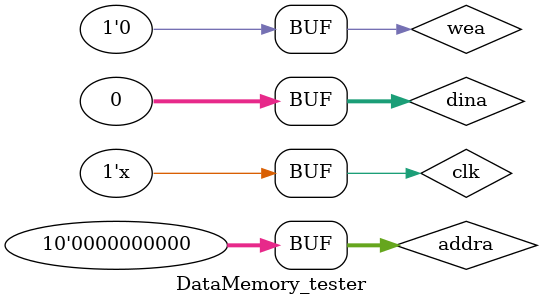
<source format=v>
`timescale 1ns / 1ps


module DataMemory_tester;

	// Inputs
	reg clk;
	reg [0:0] wea;
	reg [9:0] addra;
	reg [31:0] dina;

	// Outputs
	wire [31:0] douta;

	// Instantiate the Unit Under Test (UUT)
	DataMemory uut (
		.clka(clk), 
		.wea(wea), 
		.addra(addra), 
		.dina(dina), 
		.douta(douta)
	);

	always #10 clk=~clk;

	initial begin
		// Initialize Inputs
		clk = 0;
		wea = 0;
		addra = 0;
		dina = 0;

		// Wait 100 ns for global reset to finish
		#100;
		dina = 15;
		wea = 1;
		#20;
		wea = 0;
		dina = 0;
		
        
		// Add stimulus here

	end
      
endmodule


</source>
